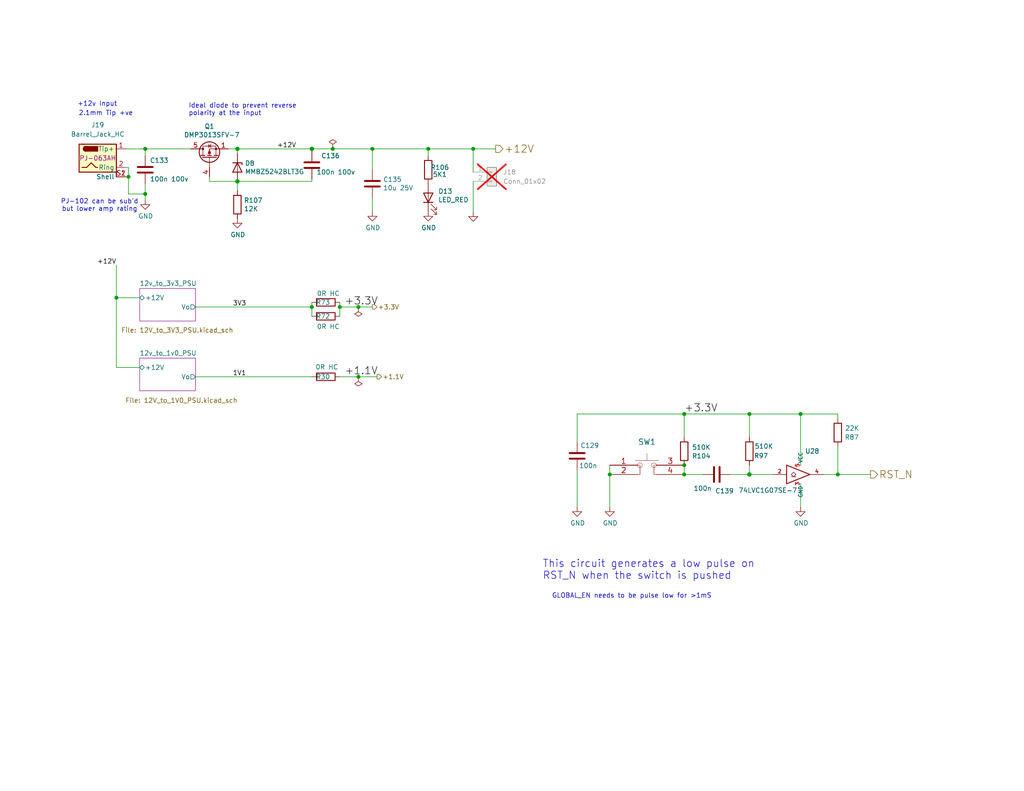
<source format=kicad_sch>
(kicad_sch (version 20231120) (generator "eeschema") (generator_version "8.0")
  (paper "USLetter")
  (title_block (title "Hexa-Pi") (date "2024-01/02") (rev "1.0") (company "Coxyz") (comment 1 "fjc"))
  (lib_symbols
    (symbol "CM4IO:74LVC1G07_copy"
      (property "Reference" "U" (at -2.54 3.81 0))
      (property "Value" "74LVC1G07_copy" (at 0 -3.81 0))
      (symbol "74LVC1G07_copy_0_1"
        (polyline (pts (xy -2.54 -0.635) (xy -1.27 -0.635)))
        (polyline (pts (xy -3.81 2.54) (xy -3.81 -2.54) (xy 2.54 0) (xy -3.81 2.54)) (stroke (width 0.254)))
        (polyline (pts (xy -1.905 0.635) (xy -2.54 0) (xy -1.905 -0.635) (xy -1.27 0) (xy -1.905 0.635)))
      )
      (symbol "74LVC1G07_copy_1_1"
        (pin input line (at -7.62 0 0) (length 3.81) (name "~") (number "2"))
        (pin power_in line (at 0 -2.54 270) (length 0) (name "GND") (number "3"))
        (pin open_collector line (at 6.35 0 180) (length 3.81) (name "~") (number "4"))
        (pin power_in line (at 0 2.54 90) (length 0) (name "VCC") (number "5"))
      )
    )
    (symbol "CM4IO:Barrel_Jack_HC"
      (property "Reference" "J" (at 0 5.334 0))
      (property "Value" "Barrel_Jack_HC" (at -0.254 -8.636 0))
      (symbol "Barrel_Jack_HC_0_1"
        (arc (start -3.302 3.175) (mid -3.9342 2.54) (end -3.302 1.905) (stroke (width 0.254)))
        (arc (start -3.302 3.175) (mid -3.9342 2.54) (end -3.302 1.905) (stroke (width 0.254)) (fill (type outline)))
        (rectangle (start -3.302 3.175) (end 0 1.905) (stroke (width 0.254)) (fill (type outline)))
        (polyline (pts (xy -4.318 -2.54) (xy -3.048 -2.54) (xy -1.778 -1.27) (xy -0.508 -2.54) (xy 0 -2.54) (xy 0 -2.54)) (stroke (width 0.254)))
      )
      (symbol "Barrel_Jack_HC_1_0"
        (pin passive line (at 7.62 -5.08 180) (length 2.54) (name "Shell") (number "S2"))
      )
      (symbol "Barrel_Jack_HC_1_1"
        (rectangle (start -5.08 3.81) (end 5.08 -3.81) (stroke (width 0.3)) (fill (type background)))
        (polyline (pts (xy 5.08 -5.08) (xy 5.08 -5.08) (xy 5.08 -3.81) (xy 5.08 -3.81)) (stroke (width 0.3)))
        (pin passive line (at 7.62 2.54 180) (length 2.54) (name "Tip+") (number "1"))
        (pin passive line (at 7.62 -2.54 180) (length 2.54) (name "Ring") (number "2"))
        (pin passive line (at 7.62 -5.08 180) (length 2.54) (name "Shell") (number "S1"))
      )
    )
    (symbol "CM4IO:pushButton-PTS647SM38SMTR2LFS" (pin_names (offset 0.02) hide)
      (property "Reference" "S" (at 0 5.715 0))
      (property "Value" "pushButton-PTS647SM38SMTR2LFS" (at 0.635 -5.715 0))
      (symbol "pushButton-PTS647SM38SMTR2LFS_0_1"
        (circle (center -1.905 0) (radius 0.635) (stroke (width 0.0005)))
        (polyline (pts (xy -3.175 1.27) (xy 3.175 1.27)) (stroke (width 0.0005)))
        (polyline (pts (xy -1.905 -2.54) (xy -2.54 -2.54)) (stroke (width 0.0005)))
        (polyline (pts (xy -1.905 0) (xy -2.54 0)) (stroke (width 0.0005)))
        (polyline (pts (xy 1.905 -2.54) (xy 2.54 -2.54)) (stroke (width 0.0005)))
        (polyline (pts (xy 1.905 0) (xy 2.54 0)) (stroke (width 0.0005)))
        (polyline (pts (xy 0 1.27) (xy 0 3.175) (xy 0 3.175)) (stroke (width 0.0005)))
        (circle (center 1.905 0) (radius 0.635) (stroke (width 0.0005)))
      )
      (symbol "pushButton-PTS647SM38SMTR2LFS_1_1"
        (polyline (pts (xy -1.905 0) (xy -1.905 -2.54)) (stroke (width 0.127)))
        (polyline (pts (xy 1.905 -2.54) (xy 1.905 0)) (stroke (width 0.127)))
        (pin passive line (at -10.16 0 0) (length 7.62) (name "1") (number "1"))
        (pin passive line (at -10.16 -2.54 0) (length 7.62) (name "2") (number "2"))
        (pin passive line (at 10.16 0 180) (length 7.62) (name "3") (number "3"))
        (pin passive line (at 10.16 -2.54 180) (length 7.62) (name "4") (number "4"))
      )
    )
    (symbol "Connector_Generic:Conn_01x02" (pin_names (offset 1.016) hide)
      (property "Reference" "J" (at 0 2.54 0))
      (property "Value" "Conn_01x02" (at 0 -5.08 0))
      (symbol "Conn_01x02_1_1"
        (rectangle (start -1.27 -2.413) (end 0 -2.667) (stroke (width 0.1524)))
        (rectangle (start -1.27 0.127) (end 0 -0.127) (stroke (width 0.1524)))
        (rectangle (start -1.27 1.27) (end 1.27 -3.81) (stroke (width 0.254)) (fill (type background)))
        (pin passive line (at -5.08 0 0) (length 3.81) (name "Pin_1") (number "1"))
        (pin passive line (at -5.08 -2.54 0) (length 3.81) (name "Pin_2") (number "2"))
      )
    )
    (symbol "Device:C" (pin_numbers hide) (pin_names (offset 0.254))
      (property "Reference" "C" (at 0.635 2.54 0))
      (property "Value" "C" (at 0.635 -2.54 0))
      (symbol "C_0_1"
        (polyline (pts (xy -2.032 -0.762) (xy 2.032 -0.762)) (stroke (width 0.508)))
        (polyline (pts (xy -2.032 0.762) (xy 2.032 0.762)) (stroke (width 0.508)))
      )
      (symbol "C_1_1"
        (pin passive line (at 0 3.81 270) (length 2.794) (name "~") (number "1"))
        (pin passive line (at 0 -3.81 90) (length 2.794) (name "~") (number "2"))
      )
    )
    (symbol "Device:LED" (pin_numbers hide) (pin_names hide)
      (property "Reference" "D" (at 0 2.54 0))
      (property "Value" "LED" (at 0 -2.54 0))
      (symbol "LED_0_1"
        (polyline (pts (xy -1.27 -1.27) (xy -1.27 1.27)) (stroke (width 0.254)))
        (polyline (pts (xy -1.27 0) (xy 1.27 0)))
        (polyline (pts (xy 1.27 -1.27) (xy 1.27 1.27) (xy -1.27 0) (xy 1.27 -1.27)) (stroke (width 0.254)))
        (polyline (pts (xy -3.048 -0.762) (xy -4.572 -2.286) (xy -3.81 -2.286) (xy -4.572 -2.286) (xy -4.572 -1.524)))
        (polyline (pts (xy -1.778 -0.762) (xy -3.302 -2.286) (xy -2.54 -2.286) (xy -3.302 -2.286) (xy -3.302 -1.524)))
      )
      (symbol "LED_1_1"
        (pin passive line (at -3.81 0 0) (length 2.54) (name "K") (number "1"))
        (pin passive line (at 3.81 0 180) (length 2.54) (name "A") (number "2"))
      )
    )
    (symbol "Device:R" (pin_numbers hide) (pin_names (offset 0))
      (property "Reference" "R" (at 2.032 0 90))
      (property "Value" "R" (at 0 0 90))
      (symbol "R_0_1"
        (rectangle (start -1.016 -2.54) (end 1.016 2.54) (stroke (width 0.254)))
      )
      (symbol "R_1_1"
        (pin passive line (at 0 3.81 270) (length 1.27) (name "~") (number "1"))
        (pin passive line (at 0 -3.81 90) (length 1.27) (name "~") (number "2"))
      )
    )
    (symbol "Diode:BZX84Cxx" (pin_numbers hide) (pin_names (offset 1.016) hide)
      (property "Reference" "D" (at 0 2.54 0))
      (property "Value" "BZX84Cxx" (at 0 -2.54 0))
      (symbol "BZX84Cxx_0_1"
        (polyline (pts (xy 1.27 0) (xy -1.27 0)))
        (polyline (pts (xy -1.27 -1.27) (xy -1.27 1.27) (xy -0.762 1.27)) (stroke (width 0.254)))
        (polyline (pts (xy 1.27 -1.27) (xy 1.27 1.27) (xy -1.27 0) (xy 1.27 -1.27)) (stroke (width 0.254)))
      )
      (symbol "BZX84Cxx_1_1"
        (pin passive line (at -3.81 0 0) (length 2.54) (name "K") (number "1"))
        (pin passive line (at 3.81 0 180) (length 2.54) (name "A") (number "2"))
      )
    )
    (symbol "PWR_FLAG_1" (power) (pin_numbers hide) (pin_names (offset 0) hide)
      (property "Value" "PWR_FLAG_1" (at 0 3.81 0))
      (symbol "PWR_FLAG_1_0_0"
        (pin power_out line (at 0 0 90) (length 0) (name "pwr") (number "1"))
      )
      (symbol "PWR_FLAG_1_0_1"
        (polyline (pts (xy 0 0) (xy 0 1.27) (xy -1.016 1.905) (xy 0 2.54) (xy 1.016 1.905) (xy 0 1.27)))
      )
    )
    (symbol "Transistor_FET:DMP3013SFV" (pin_names hide)
      (property "Reference" "Q" (at 5.08 1.905 0))
      (property "Value" "DMP3013SFV" (at 5.08 0 0))
      (symbol "DMP3013SFV_0_1"
        (polyline (pts (xy 0.254 0) (xy -2.54 0)))
        (polyline (pts (xy 0.254 1.905) (xy 0.254 -1.905)) (stroke (width 0.254)))
        (polyline (pts (xy 0.762 -1.27) (xy 0.762 -2.286)) (stroke (width 0.254)))
        (polyline (pts (xy 0.762 0.508) (xy 0.762 -0.508)) (stroke (width 0.254)))
        (polyline (pts (xy 0.762 2.286) (xy 0.762 1.27)) (stroke (width 0.254)))
        (polyline (pts (xy 2.54 2.54) (xy 2.54 1.778)))
        (polyline (pts (xy 2.54 -2.54) (xy 2.54 0) (xy 0.762 0)))
        (polyline (pts (xy 0.762 1.778) (xy 3.302 1.778) (xy 3.302 -1.778) (xy 0.762 -1.778)))
        (polyline (pts (xy 2.286 0) (xy 1.27 0.381) (xy 1.27 -0.381) (xy 2.286 0)) (fill (type outline)))
        (polyline (pts (xy 2.794 -0.508) (xy 2.921 -0.381) (xy 3.683 -0.381) (xy 3.81 -0.254)))
        (polyline (pts (xy 3.302 -0.381) (xy 2.921 0.254) (xy 3.683 0.254) (xy 3.302 -0.381)))
        (circle (center 1.651 0) (radius 2.794) (stroke (width 0.254)))
        (circle (center 2.54 -1.778) (radius 0.254) (fill (type outline)))
        (circle (center 2.54 1.778) (radius 0.254) (fill (type outline)))
      )
      (symbol "DMP3013SFV_1_1"
        (pin passive line (at 2.54 -5.08 90) (length 2.54) (name "S") (number "1"))
        (pin passive line (at 2.54 -5.08 90) (length 2.54) hide (name "S") (number "2"))
        (pin passive line (at 2.54 -5.08 90) (length 2.54) hide (name "S") (number "3"))
        (pin passive line (at -5.08 0 0) (length 2.54) (name "G") (number "4"))
        (pin passive line (at 2.54 5.08 270) (length 2.54) (name "D") (number "5"))
      )
    )
    (symbol "power:GND" (power) (pin_names (offset 0))
      (property "Value" "GND" (at 0 -3.81 0))
      (symbol "GND_0_1"
        (polyline (pts (xy 0 0) (xy 0 -1.27) (xy 1.27 -1.27) (xy 0 -2.54) (xy -1.27 -1.27) (xy 0 -1.27)))
      )
      (symbol "GND_1_1"
        (pin power_in line (at 0 0 270) (length 0) hide (name "GND") (number "1"))
      )
    )
    (symbol "power:PWR_FLAG" (power) (pin_numbers hide) (pin_names (offset 0) hide)
      (property "Value" "PWR_FLAG" (at 0 3.81 0))
      (symbol "PWR_FLAG_0_0"
        (pin power_out line (at 0 0 90) (length 0) (name "pwr") (number "1"))
      )
      (symbol "PWR_FLAG_0_1"
        (polyline (pts (xy 0 0) (xy 0 1.27) (xy -1.016 1.905) (xy 0 2.54) (xy 1.016 1.905) (xy 0 1.27)))
      )
    )
  )
  (junction (at 35.052 48.26))
  (junction (at 166.37 129.54))
  (junction (at 64.77 40.64) (diameter 1.016))
  (junction (at 129.0994 40.64))
  (junction (at 186.69 129.54) (diameter 0.9144))
  (junction (at 97.79 102.87))
  (junction (at 101.6 40.64))
  (junction (at 31.75 81.28))
  (junction (at 39.624 40.64))
  (junction (at 204.47 113.03))
  (junction (at 85.09 40.64) (diameter 1.016))
  (junction (at 97.79 83.82))
  (junction (at 228.6 129.54))
  (junction (at 85.09 83.82))
  (junction (at 186.69 113.03))
  (junction (at 90.805 40.64) (diameter 0.9144))
  (junction (at 204.47 129.54) (diameter 1.016))
  (junction (at 116.84 40.64))
  (junction (at 92.71 83.82))
  (junction (at 39.624 52.959))
  (junction (at 218.44 113.03))
  (junction (at 64.77 49.53) (diameter 1.016))
  (junction (at 186.69 127))
  (wire (pts (xy 228.6 121.92) (xy 228.6 129.54)))
  (wire (pts (xy 224.79 129.54) (xy 228.6 129.54)))
  (wire (pts (xy 157.48 138.43) (xy 157.48 128.27)))
  (wire (pts (xy 129.0994 46.9857) (xy 129.1138 46.9857)))
  (wire (pts (xy 64.77 49.53) (xy 85.09 49.53)))
  (wire (pts (xy 31.75 72.39) (xy 31.75 81.28)))
  (wire (pts (xy 35.052 45.72) (xy 34.29 45.72)))
  (wire (pts (xy 35.4755 40.64) (xy 35.4755 40.6531)))
  (wire (pts (xy 204.47 113.03) (xy 218.44 113.03)))
  (wire (pts (xy 218.44 113.03) (xy 218.44 127)))
  (wire (pts (xy 62.23 40.64) (xy 64.77 40.64)))
  (wire (pts (xy 57.15 48.26) (xy 57.15 49.53)))
  (wire (pts (xy 186.69 127) (xy 186.69 129.54)))
  (wire (pts (xy 204.47 113.03) (xy 204.47 119.38)))
  (wire (pts (xy 38.5107 40.64) (xy 39.624 40.64)))
  (wire (pts (xy 116.84 40.64) (xy 116.84 42.545)))
  (wire (pts (xy 204.47 129.54) (xy 210.82 129.54)))
  (wire (pts (xy 39.624 50.165) (xy 39.624 52.959)))
  (wire (pts (xy 38.5107 40.64) (xy 38.5107 40.6531)))
  (wire (pts (xy 85.09 83.82) (xy 85.09 86.36)))
  (wire (pts (xy 218.44 113.03) (xy 228.6 113.03)))
  (wire (pts (xy 92.71 83.82) (xy 92.71 86.36)))
  (wire (pts (xy 204.47 129.54) (xy 204.47 127)))
  (wire (pts (xy 64.77 40.64) (xy 85.09 40.64)))
  (wire (pts (xy 101.6 40.64) (xy 116.84 40.64)))
  (wire (pts (xy 157.48 113.03) (xy 186.69 113.03)))
  (wire (pts (xy 101.6 53.975) (xy 101.6 57.785)))
  (wire (pts (xy 92.71 83.82) (xy 97.79 83.82)))
  (wire (pts (xy 218.44 132.08) (xy 218.44 138.43)))
  (wire (pts (xy 166.37 129.54) (xy 166.37 138.43)))
  (wire (pts (xy 35.052 48.26) (xy 35.052 52.959)))
  (wire (pts (xy 97.79 83.82) (xy 101.6 83.82)))
  (wire (pts (xy 85.09 40.64) (xy 85.09 41.275)))
  (wire (pts (xy 39.624 52.959) (xy 39.624 54.61)))
  (wire (pts (xy 64.77 40.64) (xy 64.77 41.91)))
  (wire (pts (xy 186.69 113.03) (xy 186.69 119.38)))
  (wire (pts (xy 34.29 40.64) (xy 35.4755 40.64)))
  (wire (pts (xy 129.1138 49.5257) (xy 129.1138 57.8767)))
  (wire (pts (xy 85.09 40.64) (xy 90.805 40.64)))
  (wire (pts (xy 31.75 81.28) (xy 31.75 100.33)))
  (wire (pts (xy 39.624 40.64) (xy 52.07 40.64)))
  (wire (pts (xy 85.09 82.55) (xy 85.09 83.82)))
  (wire (pts (xy 228.6 129.54) (xy 237.49 129.54)))
  (wire (pts (xy 199.39 129.54) (xy 204.47 129.54)))
  (wire (pts (xy 166.37 129.54) (xy 166.37 127)))
  (wire (pts (xy 157.48 113.03) (xy 157.48 120.65)))
  (wire (pts (xy 38.5107 40.6531) (xy 35.4755 40.6531)))
  (wire (pts (xy 92.71 82.55) (xy 92.71 83.82)))
  (wire (pts (xy 57.15 49.53) (xy 64.77 49.53)))
  (wire (pts (xy 31.75 81.28) (xy 38.1 81.28)))
  (wire (pts (xy 64.77 49.53) (xy 64.77 52.07)))
  (wire (pts (xy 228.6 114.3) (xy 228.6 113.03)))
  (wire (pts (xy 53.34 102.87) (xy 85.09 102.87)))
  (wire (pts (xy 35.052 45.72) (xy 35.052 48.26)))
  (wire (pts (xy 35.052 52.959) (xy 39.624 52.959)))
  (wire (pts (xy 90.805 40.64) (xy 101.6 40.64)))
  (wire (pts (xy 101.6 46.355) (xy 101.6 40.64)))
  (wire (pts (xy 186.69 113.03) (xy 204.47 113.03)))
  (wire (pts (xy 129.0994 40.64) (xy 129.0994 46.9857)))
  (wire (pts (xy 92.71 102.87) (xy 97.79 102.87)))
  (wire (pts (xy 116.84 40.64) (xy 129.0994 40.64)))
  (wire (pts (xy 129.0994 40.64) (xy 135.255 40.64)))
  (wire (pts (xy 85.09 49.53) (xy 85.09 48.895)))
  (wire (pts (xy 34.29 48.26) (xy 35.052 48.26)))
  (wire (pts (xy 53.34 83.82) (xy 85.09 83.82)))
  (wire (pts (xy 31.75 100.33) (xy 38.1 100.33)))
  (wire (pts (xy 186.69 129.54) (xy 191.77 129.54)))
  (wire (pts (xy 39.624 40.64) (xy 39.624 42.545)))
  (wire (pts (xy 97.79 102.87) (xy 102.87 102.87)))
  (text "+12v Input" (at 21.082 29.21 0) (effects (font (size 1.27 1.27)) (justify left bottom)))
  (text "GLOBAL_EN needs to be pulse low for >1mS" (at 150.57 163.5067 0) (effects (font (size 1.27 1.27)) (justify left bottom)))
  (text "PJ-102 can be sub'd\nbut lower amp rating" (at 27.178 56.134 0) (effects (font (size 1.27 1.27))))
  (text "Ideal diode to prevent reverse\npolarity at the input" (at 51.435 31.75 0) (effects (font (size 1.27 1.27)) (justify left bottom)))
  (text "This circuit generates a low pulse on\nRST_N when the switch is pushed" (at 148.03 158.4267 0) (effects (font (size 2.007 2.007)) (justify left bottom)))
  (text "2.1mm Tip +ve" (at 36.322 31.75 0) (effects (font (size 1.27 1.27)) (justify right bottom)))
  (label "+12V" (at 75.565 40.64 0))
  (label "+12V" (at 31.75 72.39 180))
  (label "3V3" (at 63.5 83.82 0))
  (label "1V1" (at 63.5 102.87 0))
  (label "+1.1V" (at 93.98 102.87 0) (effects (font (size 2.0066 2.0066))))
  (label "+3.3V" (at 186.69 113.03 0) (effects (font (size 2.0066 2.0066))))
  (label "+3.3V" (at 93.98 83.82 0) (effects (font (size 2.0066 2.0066))))
  (hierarchical_label "+1.1V" (shape output) (at 102.87 102.87 0))
  (hierarchical_label "+12V" (shape output) (at 135.255 40.64 0) (effects (font (size 2.0066 2.0066))))
  (hierarchical_label "+3.3V" (shape output) (at 101.6 83.82 0))
  (hierarchical_label "RST_N" (shape output) (at 237.49 129.54 0) (effects (font (size 2.007 2.007))))
  (symbol (lib_id "CM4IO:pushButton-PTS647SM38SMTR2LFS") (at 176.53 127 0) (unit 1)
    (property "Reference" "SW1" (at 176.53 120.65 0) (effects (font (size 1.524 1.524))))
    (property "Value" "pushButton-PTS647SM38SMTR2LFS" (effects (hide yes)))
    (property "Footprint" "CM4IO:pushButton-PTS647SM38SMTR2LFS" (effects (hide yes)))
    (property "Datasheet" "https://www.ckswitches.com/products/switches/product-details/Tactile/PTS647/PTS647SM38SMTR2LFS/" (effects (hide yes)))
    (property "Part Description" "Tact Sw SPST-NO Top Actuated SMT 4.5mmX4.5mm" (effects (hide yes)))
    (property "LCSC Part #" "C2689502" (effects (hide yes)))
  )
  (symbol (lib_id "CM4IO:Barrel_Jack_HC") (at 26.67 43.18 0) (unit 1)
    (property "Reference" "J19" (at 26.67 34.0997 0))
    (property "Value" "Barrel_Jack_HC" (at 26.67 36.6397 0))
    (property "Footprint" "CM4IO:CUI_PJ-063AH" (effects (hide yes)))
    (property "Description" "Power Barrel Connector Jack 2.10mm ID, 5.50mm OD  Through Hole, Right Angle, 5 Amp" (effects (hide yes)))
    (property "Field6" "PJ-063AH" (at 26.67 43.18 0))
    (property "Part Description" "8A Barrel Connector Jack 2.10mm ID, 5.50mm OD TH RA" (effects (hide yes)))
    (property "Special" "TH" (effects (hide yes)))
    (property "LCSC Part #" "NA" (effects (hide yes)))
  )
  (symbol (lib_id "power:GND") (at 166.37 138.43 0) (unit 1)
    (property "Reference" "#PWR035" (effects (hide yes)))
    (property "Value" "GND" (at 166.497 142.8242 0))
  )
  (symbol (lib_id "Transistor_FET:DMP3013SFV") (at 57.15 43.18 90) (unit 1)
    (property "Reference" "Q1" (at 57.15 34.5186 90))
    (property "Value" "DMP3013SFV-7" (at 57.785 36.83 90))
    (property "Footprint" "CM4IO:Diodes_PowerDI3333-8" (effects (hide yes)))
    (property "Datasheet" "https://www.diodes.com/assets/Datasheets/DMP3013SFV.pdf" (effects (hide yes)))
    (property "LCSC Part #" "C264098" (effects (hide yes)))
    (property "Part Description" "30V 940mW,11.5A 3V@250uA P Channel PowerDI3333-8 MOSFET" (effects (hide yes)))
  )
  (symbol (lib_id "power:GND") (at 129.1138 57.8767 0) (unit 1)
    (property "Reference" "#PWR0143" (effects (hide yes)))
    (property "Value" "GND" (effects (hide yes)))
  )
  (symbol (lib_id "Device:R") (at 228.6 118.11 180) (unit 1)
    (property "Reference" "R87" (at 232.41 119.38 0))
    (property "Value" "22K" (at 232.5259 116.923 0))
    (property "Footprint" "Resistor_SMD:R_0603_1608Metric" (effects (hide yes)))
    (property "LCSC Part #" "C31850" (effects (hide yes)))
    (property "Part Description" "100mW ±1% 22kΩ 0603 Chip Resistor - Surface Mount" (effects (hide yes)))
  )
  (symbol (lib_id "Device:C") (at 195.58 129.54 270) (unit 1)
    (property "Reference" "C139" (at 195.1287 134.0414 90) (effects (justify left)))
    (property "Value" "100n" (at 189.23 133.35 90) (effects (justify left)))
    (property "Footprint" "Capacitor_SMD:C_0402_1005Metric" (effects (hide yes)))
    (property "Datasheet" "https://search.murata.co.jp/Ceramy/image/img/A01X/G101/ENG/GRM21BR71A106KA73-01.pdf" (effects (hide yes)))
    (property "LCSC Part #" "C1525" (effects (hide yes)))
    (property "Part Description" "50V 100nF X7R ±10% 0402 Multilayer Ceramic Capacitors MLCC" (effects (hide yes)))
  )
  (symbol (lib_id "power:PWR_FLAG") (at 90.805 40.64 0) (unit 1)
    (property "Reference" "#FLG01" (effects (hide yes)))
    (property "Value" "PWR_FLAG" (effects (hide yes)))
  )
  (symbol (lib_id "Device:LED") (at 116.84 53.975 90) (unit 1)
    (property "Reference" "D13" (at 119.5578 52.2224 90) (effects (justify right)))
    (property "Value" "LED_RED" (at 119.5578 54.5338 90) (effects (justify right)))
    (property "Footprint" "LED_SMD:LED_0603_1608Metric_Pad1.05x0.95mm_HandSolder" (effects (hide yes)))
    (property "Datasheet" "http://optoelectronics.liteon.com/upload/download/DS22-2000-210/LTST-S270KRKT.pdf" (effects (hide yes)))
    (property "LCSC Part #" "C2286" (effects (hide yes)))
    (property "Part Description" "Red 0603 Light Emitting Diode" (effects (hide yes)))
  )
  (symbol (lib_id "Device:C") (at 101.6 50.165 0) (unit 1)
    (property "Reference" "C135" (at 104.521 48.9966 0) (effects (justify left)))
    (property "Value" "10u 25V" (at 104.521 51.308 0) (effects (justify left)))
    (property "Footprint" "Capacitor_SMD:C_0805_2012Metric" (effects (hide yes)))
    (property "Datasheet" "https://media.digikey.com/pdf/Data%20Sheets/Samsung%20PDFs/CL_Series_MLCC_ds.pdf" (effects (hide yes)))
    (property "LCSC Part #" "C440198" (effects (hide yes)))
    (property "Part Description" "25V 10uF X5R ±20% 0805 Multilayer Ceramic Capacitors MLCC" (effects (hide yes)))
  )
  (symbol (lib_id "power:GND") (at 64.77 59.69 0) (unit 1)
    (property "Reference" "#PWR031" (effects (hide yes)))
    (property "Value" "GND" (at 64.897 64.0842 0))
  )
  (symbol (lib_id "Device:R") (at 64.77 55.88 0) (unit 1)
    (property "Reference" "R107" (at 66.548 54.7116 0) (effects (justify left)))
    (property "Value" "12K" (at 66.548 57.023 0) (effects (justify left)))
    (property "Footprint" "Resistor_SMD:R_0603_1608Metric" (effects (hide yes)))
    (property "LCSC Part #" "C22790" (effects (hide yes)))
    (property "Part Description" "100mW ±1% 12kΩ 0603 Chip Resistor - Surface Mount" (effects (hide yes)))
  )
  (symbol (lib_id "power:GND") (at 116.84 57.785 0) (unit 1)
    (property "Reference" "#PWR0118" (effects (hide yes)))
    (property "Value" "GND" (at 116.967 62.1792 0))
  )
  (symbol (lib_id "CM4IO:74LVC1G07_copy") (at 218.44 129.54 0) (unit 1)
    (property "Reference" "U28" (at 221.615 123.19 0))
    (property "Value" "74LVC1G07SE-7" (at 209.5047 133.8799 0))
    (property "Footprint" "Package_TO_SOT_SMD:SOT-353_SC-70-5" (effects (hide yes)))
    (property "Datasheet" "https://www.diodes.com/assets/Datasheets/74LVC1G07.pdf" (effects (hide yes)))
    (property "LCSC Part #" "C7830" (effects (hide yes)))
    (property "Part Description" "1 32mA 1.65V~5.5V 1 SC-70-5 Open Drain Buffer" (effects (hide yes)))
  )
  (symbol (lib_id "power:GND") (at 157.48 138.43 0) (unit 1)
    (property "Reference" "#PWR034" (effects (hide yes)))
    (property "Value" "GND" (at 157.607 142.8242 0))
  )
  (symbol (lib_id "Diode:BZX84Cxx") (at 64.77 45.72 270) (unit 1)
    (property "Reference" "D8" (at 66.802 44.577 90) (effects (justify left)))
    (property "Value" "MMBZ5242BLT3G" (at 66.802 46.863 90) (effects (justify left)))
    (property "Footprint" "CM4IO:D_SOT-23_ANK" (effects (hide yes)))
    (property "Datasheet" "https://diotec.com/tl_files/diotec/files/pdf/datasheets/bzx84c2v4.pdf" (effects (hide yes)))
    (property "LCSC Part #" "C112551" (effects (hide yes)))
    (property "Part Description" "11.4V~12.7V 300mW 12V SOT-23 Zener Diode" (effects (hide yes)))
  )
  (symbol (lib_id "Device:R") (at 88.9 86.36 90) (unit 1)
    (property "Reference" "R72" (at 88.138 86.36 90))
    (property "Value" "0R HC" (at 89.5693 89.1541 90))
    (property "Footprint" "Resistor_SMD:R_0805_2012Metric_Pad1.20x1.40mm_HandSolder" (effects (hide yes)))
    (property "LCSC Part #" "C1882631" (effects (hide yes)))
    (property "Part Description" "High Current 6A 0Ω 0805 Chip Resistor - Surface Mount" (effects (hide yes)))
  )
  (symbol (lib_id "power:GND") (at 101.6 57.785 0) (unit 1)
    (property "Reference" "#PWR033" (effects (hide yes)))
    (property "Value" "GND" (at 101.727 62.1792 0))
  )
  (symbol (lib_id "Device:C") (at 85.09 45.085 0) (unit 1)
    (property "Reference" "C136" (at 87.63 42.545 0) (effects (justify left)))
    (property "Value" "100n 100v" (at 86.36 46.99 0) (effects (justify left)))
    (property "Footprint" "Capacitor_SMD:C_0805_2012Metric" (effects (hide yes)))
    (property "Datasheet" "https://media.digikey.com/pdf/Data%20Sheets/Samsung%20PDFs/CL_Series_MLCC_ds.pdf" (effects (hide yes)))
    (property "LCSC Part #" "C28233" (effects (hide yes)))
    (property "Part Description" "100V 100nF X7R ±10% 0805 Multilayer Ceramic Capacitors MLCC" (effects (hide yes)))
  )
  (symbol (lib_id "power:GND") (at 39.624 54.61 0) (unit 1)
    (property "Reference" "#PWR030" (effects (hide yes)))
    (property "Value" "GND" (at 39.751 59.0042 0))
  )
  (symbol (lib_name "PWR_FLAG_1") (lib_id "power:PWR_FLAG") (at 97.79 83.82 180) (unit 1)
    (property "Reference" "#FLG013" (effects (hide yes)))
    (property "Value" "PWR_FLAG" (effects (hide yes)))
  )
  (symbol (lib_id "Device:R") (at 88.9 102.87 90) (unit 1)
    (property "Reference" "R30" (at 88.138 102.87 90))
    (property "Value" "0R HC" (at 89.1883 100.2031 90))
    (property "Footprint" "Resistor_SMD:R_0805_2012Metric_Pad1.20x1.40mm_HandSolder" (effects (hide yes)))
    (property "LCSC Part #" "C1882631" (effects (hide yes)))
    (property "Part Description" "High Current 6A 0Ω 0805 Chip Resistor - Surface Mount" (effects (hide yes)))
  )
  (symbol (lib_id "Device:C") (at 39.624 46.355 0) (unit 1)
    (property "Reference" "C133" (at 40.894 43.815 0) (effects (justify left)))
    (property "Value" "100n 100v" (at 40.894 48.895 0) (effects (justify left)))
    (property "Footprint" "Capacitor_SMD:C_0805_2012Metric" (effects (hide yes)))
    (property "Datasheet" "https://media.digikey.com/pdf/Data%20Sheets/Samsung%20PDFs/CL_Series_MLCC_ds.pdf" (effects (hide yes)))
    (property "LCSC Part #" "C28233" (effects (hide yes)))
    (property "Part Description" "100V 100nF X7R ±10% 0805 Multilayer Ceramic Capacitors MLCC" (effects (hide yes)))
  )
  (symbol (lib_id "Device:C") (at 157.48 124.46 0) (unit 1)
    (property "Reference" "C129" (at 158.3637 121.6349 0) (effects (justify left)))
    (property "Value" "100n" (at 157.9864 127.1431 0) (effects (justify left)))
    (property "Footprint" "Capacitor_SMD:C_0402_1005Metric" (effects (hide yes)))
    (property "Datasheet" "https://search.murata.co.jp/Ceramy/image/img/A01X/G101/ENG/GRM21BR71A106KA73-01.pdf" (effects (hide yes)))
    (property "LCSC Part #" "C1525" (effects (hide yes)))
    (property "Part Description" "50V 100nF X7R ±10% 0402 Multilayer Ceramic Capacitors MLCC" (effects (hide yes)))
  )
  (symbol (lib_id "Device:R") (at 204.47 123.19 180) (unit 1)
    (property "Reference" "R97" (at 207.645 124.46 0))
    (property "Value" "510K" (at 208.4224 121.8533 0))
    (property "Footprint" "Resistor_SMD:R_0603_1608Metric" (effects (hide yes)))
    (property "LCSC Part #" "C23192" (effects (hide yes)))
    (property "Part Description" "100mW ±1% 510kΩ 0603 Chip Resistor - Surface Mount" (effects (hide yes)))
  )
  (symbol (lib_name "PWR_FLAG_1") (lib_id "power:PWR_FLAG") (at 97.79 102.87 180) (unit 1)
    (property "Reference" "#FLG014" (effects (hide yes)))
    (property "Value" "PWR_FLAG" (effects (hide yes)))
  )
  (symbol (lib_id "power:GND") (at 218.44 138.43 0) (unit 1)
    (property "Reference" "#PWR037" (effects (hide yes)))
    (property "Value" "GND" (at 218.567 142.8242 0))
  )
  (symbol (lib_id "Device:R") (at 88.9 82.55 90) (unit 1)
    (property "Reference" "R73" (at 88.138 82.55 90))
    (property "Value" "0R HC" (at 89.5693 80.1371 90))
    (property "Footprint" "Resistor_SMD:R_0805_2012Metric_Pad1.20x1.40mm_HandSolder" (effects (hide yes)))
    (property "LCSC Part #" "C1882631" (effects (hide yes)))
    (property "Part Description" "High Current 6A 0Ω 0805 Chip Resistor - Surface Mount" (effects (hide yes)))
  )
  (symbol (lib_id "Device:R") (at 116.84 46.355 0) (unit 1)
    (property "Reference" "R106" (at 120.015 45.72 0))
    (property "Value" "5K1" (at 120.015 47.625 0))
    (property "Footprint" "Resistor_SMD:R_0603_1608Metric" (effects (hide yes)))
    (property "LCSC Part #" "C23186" (effects (hide yes)))
    (property "Part Description" "100mW ±1% 5.1kΩ 0603 Chip Resistor - Surface Mount" (effects (hide yes)))
  )
  (symbol (lib_id "Connector_Generic:Conn_01x02") (at 134.1938 46.9857 0) (unit 1) (dnp yes)
    (property "Reference" "J18" (at 137.2418 46.9857 0) (effects (justify left)))
    (property "Value" "Conn_01x02" (at 137.2418 49.5257 0) (effects (justify left)))
    (property "Footprint" "Connector_PinHeader_2.00mm:PinHeader_1x02_P2.00mm_Vertical" (effects (hide yes)))
    (property "Special" "TH,DNP" (effects (hide yes)))
    (property "LCSC Part #" "DNP" (effects (hide yes)))
    (property "Part Description" "Power Test Points" (effects (hide yes)))
  )
  (symbol (lib_id "Device:R") (at 186.69 123.19 180) (unit 1)
    (property "Reference" "R104" (at 191.3491 124.501 0))
    (property "Value" "510K" (at 191.3491 122.1272 0))
    (property "Footprint" "Resistor_SMD:R_0603_1608Metric" (effects (hide yes)))
    (property "LCSC Part #" "C23192" (effects (hide yes)))
    (property "Part Description" "100mW ±1% 510kΩ 0603 Chip Resistor - Surface Mount" (effects (hide yes)))
  )
  (sheet (at 38.1 97.79) (size 15.24 8.89) (stroke (width 0.001) (color 132 0 132 1)) (fill (color 255 255 255 0.0000))
    (property "Sheetname" "12v_to_1v0_PSU" (at 38.1 97.1541 0) (effects (justify left bottom)))
    (property "Sheetfile" "12V_to_1V0_PSU.kicad_sch" (at 34.163 108.585 0) (effects (justify left top)))
    (pin "+12V" bidirectional (at 38.1 100.33 180))
    (pin "Vo" output (at 53.34 102.87 0))
  )
  (sheet (at 38.1 78.74) (size 15.24 8.89) (stroke (width 0.001) (color 132 0 132 1)) (fill (color 255 255 255 0.0000))
    (property "Sheetname" "12v_to_3v3_PSU" (at 38.1 78.1041 0) (effects (justify left bottom)))
    (property "Sheetfile" "12V_to_3V3_PSU.kicad_sch" (at 33.02 89.4089 0) (effects (justify left top)))
    (pin "+12V" bidirectional (at 38.1 81.28 180))
    (pin "Vo" output (at 53.34 83.82 0))
  )
)
</source>
